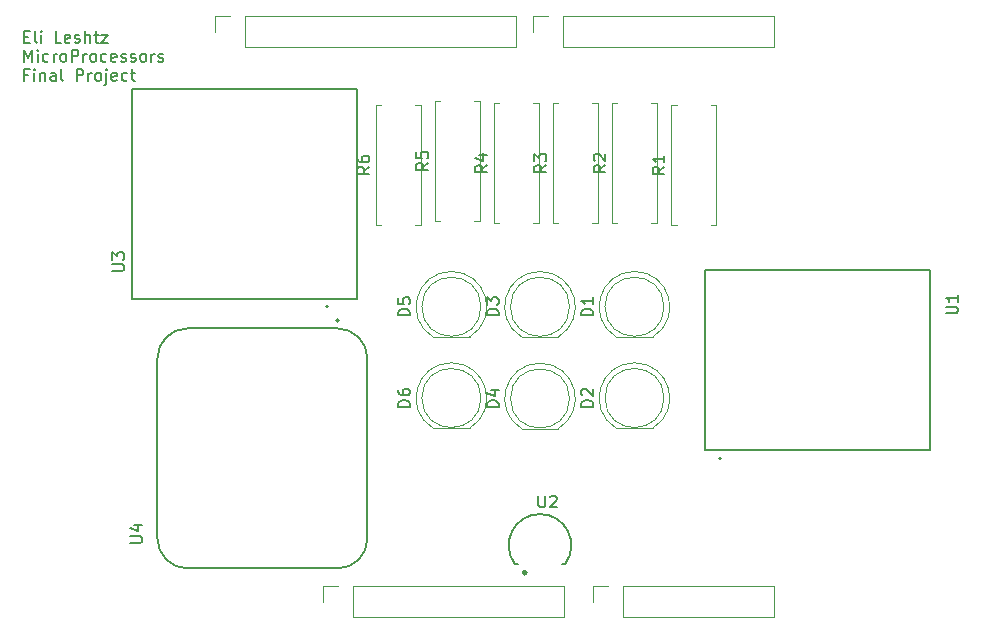
<source format=gbr>
%TF.GenerationSoftware,KiCad,Pcbnew,8.0.8*%
%TF.CreationDate,2025-03-12T20:50:06-06:00*%
%TF.ProjectId,UnoShieldFinalProject,556e6f53-6869-4656-9c64-46696e616c50,rev?*%
%TF.SameCoordinates,Original*%
%TF.FileFunction,Legend,Top*%
%TF.FilePolarity,Positive*%
%FSLAX46Y46*%
G04 Gerber Fmt 4.6, Leading zero omitted, Abs format (unit mm)*
G04 Created by KiCad (PCBNEW 8.0.8) date 2025-03-12 20:50:06*
%MOMM*%
%LPD*%
G01*
G04 APERTURE LIST*
%ADD10C,0.150000*%
%ADD11C,0.120000*%
%ADD12C,0.127000*%
%ADD13C,0.300000*%
%ADD14C,0.200000*%
G04 APERTURE END LIST*
D10*
X101336779Y-49626121D02*
X101670112Y-49626121D01*
X101812969Y-50149931D02*
X101336779Y-50149931D01*
X101336779Y-50149931D02*
X101336779Y-49149931D01*
X101336779Y-49149931D02*
X101812969Y-49149931D01*
X102384398Y-50149931D02*
X102289160Y-50102312D01*
X102289160Y-50102312D02*
X102241541Y-50007073D01*
X102241541Y-50007073D02*
X102241541Y-49149931D01*
X102765351Y-50149931D02*
X102765351Y-49483264D01*
X102765351Y-49149931D02*
X102717732Y-49197550D01*
X102717732Y-49197550D02*
X102765351Y-49245169D01*
X102765351Y-49245169D02*
X102812970Y-49197550D01*
X102812970Y-49197550D02*
X102765351Y-49149931D01*
X102765351Y-49149931D02*
X102765351Y-49245169D01*
X104479636Y-50149931D02*
X104003446Y-50149931D01*
X104003446Y-50149931D02*
X104003446Y-49149931D01*
X105193922Y-50102312D02*
X105098684Y-50149931D01*
X105098684Y-50149931D02*
X104908208Y-50149931D01*
X104908208Y-50149931D02*
X104812970Y-50102312D01*
X104812970Y-50102312D02*
X104765351Y-50007073D01*
X104765351Y-50007073D02*
X104765351Y-49626121D01*
X104765351Y-49626121D02*
X104812970Y-49530883D01*
X104812970Y-49530883D02*
X104908208Y-49483264D01*
X104908208Y-49483264D02*
X105098684Y-49483264D01*
X105098684Y-49483264D02*
X105193922Y-49530883D01*
X105193922Y-49530883D02*
X105241541Y-49626121D01*
X105241541Y-49626121D02*
X105241541Y-49721359D01*
X105241541Y-49721359D02*
X104765351Y-49816597D01*
X105622494Y-50102312D02*
X105717732Y-50149931D01*
X105717732Y-50149931D02*
X105908208Y-50149931D01*
X105908208Y-50149931D02*
X106003446Y-50102312D01*
X106003446Y-50102312D02*
X106051065Y-50007073D01*
X106051065Y-50007073D02*
X106051065Y-49959454D01*
X106051065Y-49959454D02*
X106003446Y-49864216D01*
X106003446Y-49864216D02*
X105908208Y-49816597D01*
X105908208Y-49816597D02*
X105765351Y-49816597D01*
X105765351Y-49816597D02*
X105670113Y-49768978D01*
X105670113Y-49768978D02*
X105622494Y-49673740D01*
X105622494Y-49673740D02*
X105622494Y-49626121D01*
X105622494Y-49626121D02*
X105670113Y-49530883D01*
X105670113Y-49530883D02*
X105765351Y-49483264D01*
X105765351Y-49483264D02*
X105908208Y-49483264D01*
X105908208Y-49483264D02*
X106003446Y-49530883D01*
X106479637Y-50149931D02*
X106479637Y-49149931D01*
X106908208Y-50149931D02*
X106908208Y-49626121D01*
X106908208Y-49626121D02*
X106860589Y-49530883D01*
X106860589Y-49530883D02*
X106765351Y-49483264D01*
X106765351Y-49483264D02*
X106622494Y-49483264D01*
X106622494Y-49483264D02*
X106527256Y-49530883D01*
X106527256Y-49530883D02*
X106479637Y-49578502D01*
X107241542Y-49483264D02*
X107622494Y-49483264D01*
X107384399Y-49149931D02*
X107384399Y-50007073D01*
X107384399Y-50007073D02*
X107432018Y-50102312D01*
X107432018Y-50102312D02*
X107527256Y-50149931D01*
X107527256Y-50149931D02*
X107622494Y-50149931D01*
X107860590Y-49483264D02*
X108384399Y-49483264D01*
X108384399Y-49483264D02*
X107860590Y-50149931D01*
X107860590Y-50149931D02*
X108384399Y-50149931D01*
X101336779Y-51759875D02*
X101336779Y-50759875D01*
X101336779Y-50759875D02*
X101670112Y-51474160D01*
X101670112Y-51474160D02*
X102003445Y-50759875D01*
X102003445Y-50759875D02*
X102003445Y-51759875D01*
X102479636Y-51759875D02*
X102479636Y-51093208D01*
X102479636Y-50759875D02*
X102432017Y-50807494D01*
X102432017Y-50807494D02*
X102479636Y-50855113D01*
X102479636Y-50855113D02*
X102527255Y-50807494D01*
X102527255Y-50807494D02*
X102479636Y-50759875D01*
X102479636Y-50759875D02*
X102479636Y-50855113D01*
X103384397Y-51712256D02*
X103289159Y-51759875D01*
X103289159Y-51759875D02*
X103098683Y-51759875D01*
X103098683Y-51759875D02*
X103003445Y-51712256D01*
X103003445Y-51712256D02*
X102955826Y-51664636D01*
X102955826Y-51664636D02*
X102908207Y-51569398D01*
X102908207Y-51569398D02*
X102908207Y-51283684D01*
X102908207Y-51283684D02*
X102955826Y-51188446D01*
X102955826Y-51188446D02*
X103003445Y-51140827D01*
X103003445Y-51140827D02*
X103098683Y-51093208D01*
X103098683Y-51093208D02*
X103289159Y-51093208D01*
X103289159Y-51093208D02*
X103384397Y-51140827D01*
X103812969Y-51759875D02*
X103812969Y-51093208D01*
X103812969Y-51283684D02*
X103860588Y-51188446D01*
X103860588Y-51188446D02*
X103908207Y-51140827D01*
X103908207Y-51140827D02*
X104003445Y-51093208D01*
X104003445Y-51093208D02*
X104098683Y-51093208D01*
X104574874Y-51759875D02*
X104479636Y-51712256D01*
X104479636Y-51712256D02*
X104432017Y-51664636D01*
X104432017Y-51664636D02*
X104384398Y-51569398D01*
X104384398Y-51569398D02*
X104384398Y-51283684D01*
X104384398Y-51283684D02*
X104432017Y-51188446D01*
X104432017Y-51188446D02*
X104479636Y-51140827D01*
X104479636Y-51140827D02*
X104574874Y-51093208D01*
X104574874Y-51093208D02*
X104717731Y-51093208D01*
X104717731Y-51093208D02*
X104812969Y-51140827D01*
X104812969Y-51140827D02*
X104860588Y-51188446D01*
X104860588Y-51188446D02*
X104908207Y-51283684D01*
X104908207Y-51283684D02*
X104908207Y-51569398D01*
X104908207Y-51569398D02*
X104860588Y-51664636D01*
X104860588Y-51664636D02*
X104812969Y-51712256D01*
X104812969Y-51712256D02*
X104717731Y-51759875D01*
X104717731Y-51759875D02*
X104574874Y-51759875D01*
X105336779Y-51759875D02*
X105336779Y-50759875D01*
X105336779Y-50759875D02*
X105717731Y-50759875D01*
X105717731Y-50759875D02*
X105812969Y-50807494D01*
X105812969Y-50807494D02*
X105860588Y-50855113D01*
X105860588Y-50855113D02*
X105908207Y-50950351D01*
X105908207Y-50950351D02*
X105908207Y-51093208D01*
X105908207Y-51093208D02*
X105860588Y-51188446D01*
X105860588Y-51188446D02*
X105812969Y-51236065D01*
X105812969Y-51236065D02*
X105717731Y-51283684D01*
X105717731Y-51283684D02*
X105336779Y-51283684D01*
X106336779Y-51759875D02*
X106336779Y-51093208D01*
X106336779Y-51283684D02*
X106384398Y-51188446D01*
X106384398Y-51188446D02*
X106432017Y-51140827D01*
X106432017Y-51140827D02*
X106527255Y-51093208D01*
X106527255Y-51093208D02*
X106622493Y-51093208D01*
X107098684Y-51759875D02*
X107003446Y-51712256D01*
X107003446Y-51712256D02*
X106955827Y-51664636D01*
X106955827Y-51664636D02*
X106908208Y-51569398D01*
X106908208Y-51569398D02*
X106908208Y-51283684D01*
X106908208Y-51283684D02*
X106955827Y-51188446D01*
X106955827Y-51188446D02*
X107003446Y-51140827D01*
X107003446Y-51140827D02*
X107098684Y-51093208D01*
X107098684Y-51093208D02*
X107241541Y-51093208D01*
X107241541Y-51093208D02*
X107336779Y-51140827D01*
X107336779Y-51140827D02*
X107384398Y-51188446D01*
X107384398Y-51188446D02*
X107432017Y-51283684D01*
X107432017Y-51283684D02*
X107432017Y-51569398D01*
X107432017Y-51569398D02*
X107384398Y-51664636D01*
X107384398Y-51664636D02*
X107336779Y-51712256D01*
X107336779Y-51712256D02*
X107241541Y-51759875D01*
X107241541Y-51759875D02*
X107098684Y-51759875D01*
X108289160Y-51712256D02*
X108193922Y-51759875D01*
X108193922Y-51759875D02*
X108003446Y-51759875D01*
X108003446Y-51759875D02*
X107908208Y-51712256D01*
X107908208Y-51712256D02*
X107860589Y-51664636D01*
X107860589Y-51664636D02*
X107812970Y-51569398D01*
X107812970Y-51569398D02*
X107812970Y-51283684D01*
X107812970Y-51283684D02*
X107860589Y-51188446D01*
X107860589Y-51188446D02*
X107908208Y-51140827D01*
X107908208Y-51140827D02*
X108003446Y-51093208D01*
X108003446Y-51093208D02*
X108193922Y-51093208D01*
X108193922Y-51093208D02*
X108289160Y-51140827D01*
X109098684Y-51712256D02*
X109003446Y-51759875D01*
X109003446Y-51759875D02*
X108812970Y-51759875D01*
X108812970Y-51759875D02*
X108717732Y-51712256D01*
X108717732Y-51712256D02*
X108670113Y-51617017D01*
X108670113Y-51617017D02*
X108670113Y-51236065D01*
X108670113Y-51236065D02*
X108717732Y-51140827D01*
X108717732Y-51140827D02*
X108812970Y-51093208D01*
X108812970Y-51093208D02*
X109003446Y-51093208D01*
X109003446Y-51093208D02*
X109098684Y-51140827D01*
X109098684Y-51140827D02*
X109146303Y-51236065D01*
X109146303Y-51236065D02*
X109146303Y-51331303D01*
X109146303Y-51331303D02*
X108670113Y-51426541D01*
X109527256Y-51712256D02*
X109622494Y-51759875D01*
X109622494Y-51759875D02*
X109812970Y-51759875D01*
X109812970Y-51759875D02*
X109908208Y-51712256D01*
X109908208Y-51712256D02*
X109955827Y-51617017D01*
X109955827Y-51617017D02*
X109955827Y-51569398D01*
X109955827Y-51569398D02*
X109908208Y-51474160D01*
X109908208Y-51474160D02*
X109812970Y-51426541D01*
X109812970Y-51426541D02*
X109670113Y-51426541D01*
X109670113Y-51426541D02*
X109574875Y-51378922D01*
X109574875Y-51378922D02*
X109527256Y-51283684D01*
X109527256Y-51283684D02*
X109527256Y-51236065D01*
X109527256Y-51236065D02*
X109574875Y-51140827D01*
X109574875Y-51140827D02*
X109670113Y-51093208D01*
X109670113Y-51093208D02*
X109812970Y-51093208D01*
X109812970Y-51093208D02*
X109908208Y-51140827D01*
X110336780Y-51712256D02*
X110432018Y-51759875D01*
X110432018Y-51759875D02*
X110622494Y-51759875D01*
X110622494Y-51759875D02*
X110717732Y-51712256D01*
X110717732Y-51712256D02*
X110765351Y-51617017D01*
X110765351Y-51617017D02*
X110765351Y-51569398D01*
X110765351Y-51569398D02*
X110717732Y-51474160D01*
X110717732Y-51474160D02*
X110622494Y-51426541D01*
X110622494Y-51426541D02*
X110479637Y-51426541D01*
X110479637Y-51426541D02*
X110384399Y-51378922D01*
X110384399Y-51378922D02*
X110336780Y-51283684D01*
X110336780Y-51283684D02*
X110336780Y-51236065D01*
X110336780Y-51236065D02*
X110384399Y-51140827D01*
X110384399Y-51140827D02*
X110479637Y-51093208D01*
X110479637Y-51093208D02*
X110622494Y-51093208D01*
X110622494Y-51093208D02*
X110717732Y-51140827D01*
X111336780Y-51759875D02*
X111241542Y-51712256D01*
X111241542Y-51712256D02*
X111193923Y-51664636D01*
X111193923Y-51664636D02*
X111146304Y-51569398D01*
X111146304Y-51569398D02*
X111146304Y-51283684D01*
X111146304Y-51283684D02*
X111193923Y-51188446D01*
X111193923Y-51188446D02*
X111241542Y-51140827D01*
X111241542Y-51140827D02*
X111336780Y-51093208D01*
X111336780Y-51093208D02*
X111479637Y-51093208D01*
X111479637Y-51093208D02*
X111574875Y-51140827D01*
X111574875Y-51140827D02*
X111622494Y-51188446D01*
X111622494Y-51188446D02*
X111670113Y-51283684D01*
X111670113Y-51283684D02*
X111670113Y-51569398D01*
X111670113Y-51569398D02*
X111622494Y-51664636D01*
X111622494Y-51664636D02*
X111574875Y-51712256D01*
X111574875Y-51712256D02*
X111479637Y-51759875D01*
X111479637Y-51759875D02*
X111336780Y-51759875D01*
X112098685Y-51759875D02*
X112098685Y-51093208D01*
X112098685Y-51283684D02*
X112146304Y-51188446D01*
X112146304Y-51188446D02*
X112193923Y-51140827D01*
X112193923Y-51140827D02*
X112289161Y-51093208D01*
X112289161Y-51093208D02*
X112384399Y-51093208D01*
X112670114Y-51712256D02*
X112765352Y-51759875D01*
X112765352Y-51759875D02*
X112955828Y-51759875D01*
X112955828Y-51759875D02*
X113051066Y-51712256D01*
X113051066Y-51712256D02*
X113098685Y-51617017D01*
X113098685Y-51617017D02*
X113098685Y-51569398D01*
X113098685Y-51569398D02*
X113051066Y-51474160D01*
X113051066Y-51474160D02*
X112955828Y-51426541D01*
X112955828Y-51426541D02*
X112812971Y-51426541D01*
X112812971Y-51426541D02*
X112717733Y-51378922D01*
X112717733Y-51378922D02*
X112670114Y-51283684D01*
X112670114Y-51283684D02*
X112670114Y-51236065D01*
X112670114Y-51236065D02*
X112717733Y-51140827D01*
X112717733Y-51140827D02*
X112812971Y-51093208D01*
X112812971Y-51093208D02*
X112955828Y-51093208D01*
X112955828Y-51093208D02*
X113051066Y-51140827D01*
X101670112Y-52846009D02*
X101336779Y-52846009D01*
X101336779Y-53369819D02*
X101336779Y-52369819D01*
X101336779Y-52369819D02*
X101812969Y-52369819D01*
X102193922Y-53369819D02*
X102193922Y-52703152D01*
X102193922Y-52369819D02*
X102146303Y-52417438D01*
X102146303Y-52417438D02*
X102193922Y-52465057D01*
X102193922Y-52465057D02*
X102241541Y-52417438D01*
X102241541Y-52417438D02*
X102193922Y-52369819D01*
X102193922Y-52369819D02*
X102193922Y-52465057D01*
X102670112Y-52703152D02*
X102670112Y-53369819D01*
X102670112Y-52798390D02*
X102717731Y-52750771D01*
X102717731Y-52750771D02*
X102812969Y-52703152D01*
X102812969Y-52703152D02*
X102955826Y-52703152D01*
X102955826Y-52703152D02*
X103051064Y-52750771D01*
X103051064Y-52750771D02*
X103098683Y-52846009D01*
X103098683Y-52846009D02*
X103098683Y-53369819D01*
X104003445Y-53369819D02*
X104003445Y-52846009D01*
X104003445Y-52846009D02*
X103955826Y-52750771D01*
X103955826Y-52750771D02*
X103860588Y-52703152D01*
X103860588Y-52703152D02*
X103670112Y-52703152D01*
X103670112Y-52703152D02*
X103574874Y-52750771D01*
X104003445Y-53322200D02*
X103908207Y-53369819D01*
X103908207Y-53369819D02*
X103670112Y-53369819D01*
X103670112Y-53369819D02*
X103574874Y-53322200D01*
X103574874Y-53322200D02*
X103527255Y-53226961D01*
X103527255Y-53226961D02*
X103527255Y-53131723D01*
X103527255Y-53131723D02*
X103574874Y-53036485D01*
X103574874Y-53036485D02*
X103670112Y-52988866D01*
X103670112Y-52988866D02*
X103908207Y-52988866D01*
X103908207Y-52988866D02*
X104003445Y-52941247D01*
X104622493Y-53369819D02*
X104527255Y-53322200D01*
X104527255Y-53322200D02*
X104479636Y-53226961D01*
X104479636Y-53226961D02*
X104479636Y-52369819D01*
X105765351Y-53369819D02*
X105765351Y-52369819D01*
X105765351Y-52369819D02*
X106146303Y-52369819D01*
X106146303Y-52369819D02*
X106241541Y-52417438D01*
X106241541Y-52417438D02*
X106289160Y-52465057D01*
X106289160Y-52465057D02*
X106336779Y-52560295D01*
X106336779Y-52560295D02*
X106336779Y-52703152D01*
X106336779Y-52703152D02*
X106289160Y-52798390D01*
X106289160Y-52798390D02*
X106241541Y-52846009D01*
X106241541Y-52846009D02*
X106146303Y-52893628D01*
X106146303Y-52893628D02*
X105765351Y-52893628D01*
X106765351Y-53369819D02*
X106765351Y-52703152D01*
X106765351Y-52893628D02*
X106812970Y-52798390D01*
X106812970Y-52798390D02*
X106860589Y-52750771D01*
X106860589Y-52750771D02*
X106955827Y-52703152D01*
X106955827Y-52703152D02*
X107051065Y-52703152D01*
X107527256Y-53369819D02*
X107432018Y-53322200D01*
X107432018Y-53322200D02*
X107384399Y-53274580D01*
X107384399Y-53274580D02*
X107336780Y-53179342D01*
X107336780Y-53179342D02*
X107336780Y-52893628D01*
X107336780Y-52893628D02*
X107384399Y-52798390D01*
X107384399Y-52798390D02*
X107432018Y-52750771D01*
X107432018Y-52750771D02*
X107527256Y-52703152D01*
X107527256Y-52703152D02*
X107670113Y-52703152D01*
X107670113Y-52703152D02*
X107765351Y-52750771D01*
X107765351Y-52750771D02*
X107812970Y-52798390D01*
X107812970Y-52798390D02*
X107860589Y-52893628D01*
X107860589Y-52893628D02*
X107860589Y-53179342D01*
X107860589Y-53179342D02*
X107812970Y-53274580D01*
X107812970Y-53274580D02*
X107765351Y-53322200D01*
X107765351Y-53322200D02*
X107670113Y-53369819D01*
X107670113Y-53369819D02*
X107527256Y-53369819D01*
X108289161Y-52703152D02*
X108289161Y-53560295D01*
X108289161Y-53560295D02*
X108241542Y-53655533D01*
X108241542Y-53655533D02*
X108146304Y-53703152D01*
X108146304Y-53703152D02*
X108098685Y-53703152D01*
X108289161Y-52369819D02*
X108241542Y-52417438D01*
X108241542Y-52417438D02*
X108289161Y-52465057D01*
X108289161Y-52465057D02*
X108336780Y-52417438D01*
X108336780Y-52417438D02*
X108289161Y-52369819D01*
X108289161Y-52369819D02*
X108289161Y-52465057D01*
X109146303Y-53322200D02*
X109051065Y-53369819D01*
X109051065Y-53369819D02*
X108860589Y-53369819D01*
X108860589Y-53369819D02*
X108765351Y-53322200D01*
X108765351Y-53322200D02*
X108717732Y-53226961D01*
X108717732Y-53226961D02*
X108717732Y-52846009D01*
X108717732Y-52846009D02*
X108765351Y-52750771D01*
X108765351Y-52750771D02*
X108860589Y-52703152D01*
X108860589Y-52703152D02*
X109051065Y-52703152D01*
X109051065Y-52703152D02*
X109146303Y-52750771D01*
X109146303Y-52750771D02*
X109193922Y-52846009D01*
X109193922Y-52846009D02*
X109193922Y-52941247D01*
X109193922Y-52941247D02*
X108717732Y-53036485D01*
X110051065Y-53322200D02*
X109955827Y-53369819D01*
X109955827Y-53369819D02*
X109765351Y-53369819D01*
X109765351Y-53369819D02*
X109670113Y-53322200D01*
X109670113Y-53322200D02*
X109622494Y-53274580D01*
X109622494Y-53274580D02*
X109574875Y-53179342D01*
X109574875Y-53179342D02*
X109574875Y-52893628D01*
X109574875Y-52893628D02*
X109622494Y-52798390D01*
X109622494Y-52798390D02*
X109670113Y-52750771D01*
X109670113Y-52750771D02*
X109765351Y-52703152D01*
X109765351Y-52703152D02*
X109955827Y-52703152D01*
X109955827Y-52703152D02*
X110051065Y-52750771D01*
X110336780Y-52703152D02*
X110717732Y-52703152D01*
X110479637Y-52369819D02*
X110479637Y-53226961D01*
X110479637Y-53226961D02*
X110527256Y-53322200D01*
X110527256Y-53322200D02*
X110622494Y-53369819D01*
X110622494Y-53369819D02*
X110717732Y-53369819D01*
X144873095Y-88499819D02*
X144873095Y-89309342D01*
X144873095Y-89309342D02*
X144920714Y-89404580D01*
X144920714Y-89404580D02*
X144968333Y-89452200D01*
X144968333Y-89452200D02*
X145063571Y-89499819D01*
X145063571Y-89499819D02*
X145254047Y-89499819D01*
X145254047Y-89499819D02*
X145349285Y-89452200D01*
X145349285Y-89452200D02*
X145396904Y-89404580D01*
X145396904Y-89404580D02*
X145444523Y-89309342D01*
X145444523Y-89309342D02*
X145444523Y-88499819D01*
X145873095Y-88595057D02*
X145920714Y-88547438D01*
X145920714Y-88547438D02*
X146015952Y-88499819D01*
X146015952Y-88499819D02*
X146254047Y-88499819D01*
X146254047Y-88499819D02*
X146349285Y-88547438D01*
X146349285Y-88547438D02*
X146396904Y-88595057D01*
X146396904Y-88595057D02*
X146444523Y-88690295D01*
X146444523Y-88690295D02*
X146444523Y-88785533D01*
X146444523Y-88785533D02*
X146396904Y-88928390D01*
X146396904Y-88928390D02*
X145825476Y-89499819D01*
X145825476Y-89499819D02*
X146444523Y-89499819D01*
X141494819Y-81008094D02*
X140494819Y-81008094D01*
X140494819Y-81008094D02*
X140494819Y-80769999D01*
X140494819Y-80769999D02*
X140542438Y-80627142D01*
X140542438Y-80627142D02*
X140637676Y-80531904D01*
X140637676Y-80531904D02*
X140732914Y-80484285D01*
X140732914Y-80484285D02*
X140923390Y-80436666D01*
X140923390Y-80436666D02*
X141066247Y-80436666D01*
X141066247Y-80436666D02*
X141256723Y-80484285D01*
X141256723Y-80484285D02*
X141351961Y-80531904D01*
X141351961Y-80531904D02*
X141447200Y-80627142D01*
X141447200Y-80627142D02*
X141494819Y-80769999D01*
X141494819Y-80769999D02*
X141494819Y-81008094D01*
X140828152Y-79579523D02*
X141494819Y-79579523D01*
X140447200Y-79817618D02*
X141161485Y-80055713D01*
X141161485Y-80055713D02*
X141161485Y-79436666D01*
X179364819Y-73066904D02*
X180174342Y-73066904D01*
X180174342Y-73066904D02*
X180269580Y-73019285D01*
X180269580Y-73019285D02*
X180317200Y-72971666D01*
X180317200Y-72971666D02*
X180364819Y-72876428D01*
X180364819Y-72876428D02*
X180364819Y-72685952D01*
X180364819Y-72685952D02*
X180317200Y-72590714D01*
X180317200Y-72590714D02*
X180269580Y-72543095D01*
X180269580Y-72543095D02*
X180174342Y-72495476D01*
X180174342Y-72495476D02*
X179364819Y-72495476D01*
X180364819Y-71495476D02*
X180364819Y-72066904D01*
X180364819Y-71781190D02*
X179364819Y-71781190D01*
X179364819Y-71781190D02*
X179507676Y-71876428D01*
X179507676Y-71876428D02*
X179602914Y-71971666D01*
X179602914Y-71971666D02*
X179650533Y-72066904D01*
X145534819Y-60516666D02*
X145058628Y-60849999D01*
X145534819Y-61088094D02*
X144534819Y-61088094D01*
X144534819Y-61088094D02*
X144534819Y-60707142D01*
X144534819Y-60707142D02*
X144582438Y-60611904D01*
X144582438Y-60611904D02*
X144630057Y-60564285D01*
X144630057Y-60564285D02*
X144725295Y-60516666D01*
X144725295Y-60516666D02*
X144868152Y-60516666D01*
X144868152Y-60516666D02*
X144963390Y-60564285D01*
X144963390Y-60564285D02*
X145011009Y-60611904D01*
X145011009Y-60611904D02*
X145058628Y-60707142D01*
X145058628Y-60707142D02*
X145058628Y-61088094D01*
X144534819Y-60183332D02*
X144534819Y-59564285D01*
X144534819Y-59564285D02*
X144915771Y-59897618D01*
X144915771Y-59897618D02*
X144915771Y-59754761D01*
X144915771Y-59754761D02*
X144963390Y-59659523D01*
X144963390Y-59659523D02*
X145011009Y-59611904D01*
X145011009Y-59611904D02*
X145106247Y-59564285D01*
X145106247Y-59564285D02*
X145344342Y-59564285D01*
X145344342Y-59564285D02*
X145439580Y-59611904D01*
X145439580Y-59611904D02*
X145487200Y-59659523D01*
X145487200Y-59659523D02*
X145534819Y-59754761D01*
X145534819Y-59754761D02*
X145534819Y-60040475D01*
X145534819Y-60040475D02*
X145487200Y-60135713D01*
X145487200Y-60135713D02*
X145439580Y-60183332D01*
X149494819Y-80968094D02*
X148494819Y-80968094D01*
X148494819Y-80968094D02*
X148494819Y-80729999D01*
X148494819Y-80729999D02*
X148542438Y-80587142D01*
X148542438Y-80587142D02*
X148637676Y-80491904D01*
X148637676Y-80491904D02*
X148732914Y-80444285D01*
X148732914Y-80444285D02*
X148923390Y-80396666D01*
X148923390Y-80396666D02*
X149066247Y-80396666D01*
X149066247Y-80396666D02*
X149256723Y-80444285D01*
X149256723Y-80444285D02*
X149351961Y-80491904D01*
X149351961Y-80491904D02*
X149447200Y-80587142D01*
X149447200Y-80587142D02*
X149494819Y-80729999D01*
X149494819Y-80729999D02*
X149494819Y-80968094D01*
X148590057Y-80015713D02*
X148542438Y-79968094D01*
X148542438Y-79968094D02*
X148494819Y-79872856D01*
X148494819Y-79872856D02*
X148494819Y-79634761D01*
X148494819Y-79634761D02*
X148542438Y-79539523D01*
X148542438Y-79539523D02*
X148590057Y-79491904D01*
X148590057Y-79491904D02*
X148685295Y-79444285D01*
X148685295Y-79444285D02*
X148780533Y-79444285D01*
X148780533Y-79444285D02*
X148923390Y-79491904D01*
X148923390Y-79491904D02*
X149494819Y-80063332D01*
X149494819Y-80063332D02*
X149494819Y-79444285D01*
X150534819Y-60516666D02*
X150058628Y-60849999D01*
X150534819Y-61088094D02*
X149534819Y-61088094D01*
X149534819Y-61088094D02*
X149534819Y-60707142D01*
X149534819Y-60707142D02*
X149582438Y-60611904D01*
X149582438Y-60611904D02*
X149630057Y-60564285D01*
X149630057Y-60564285D02*
X149725295Y-60516666D01*
X149725295Y-60516666D02*
X149868152Y-60516666D01*
X149868152Y-60516666D02*
X149963390Y-60564285D01*
X149963390Y-60564285D02*
X150011009Y-60611904D01*
X150011009Y-60611904D02*
X150058628Y-60707142D01*
X150058628Y-60707142D02*
X150058628Y-61088094D01*
X149630057Y-60135713D02*
X149582438Y-60088094D01*
X149582438Y-60088094D02*
X149534819Y-59992856D01*
X149534819Y-59992856D02*
X149534819Y-59754761D01*
X149534819Y-59754761D02*
X149582438Y-59659523D01*
X149582438Y-59659523D02*
X149630057Y-59611904D01*
X149630057Y-59611904D02*
X149725295Y-59564285D01*
X149725295Y-59564285D02*
X149820533Y-59564285D01*
X149820533Y-59564285D02*
X149963390Y-59611904D01*
X149963390Y-59611904D02*
X150534819Y-60183332D01*
X150534819Y-60183332D02*
X150534819Y-59564285D01*
X140534819Y-60516666D02*
X140058628Y-60849999D01*
X140534819Y-61088094D02*
X139534819Y-61088094D01*
X139534819Y-61088094D02*
X139534819Y-60707142D01*
X139534819Y-60707142D02*
X139582438Y-60611904D01*
X139582438Y-60611904D02*
X139630057Y-60564285D01*
X139630057Y-60564285D02*
X139725295Y-60516666D01*
X139725295Y-60516666D02*
X139868152Y-60516666D01*
X139868152Y-60516666D02*
X139963390Y-60564285D01*
X139963390Y-60564285D02*
X140011009Y-60611904D01*
X140011009Y-60611904D02*
X140058628Y-60707142D01*
X140058628Y-60707142D02*
X140058628Y-61088094D01*
X139868152Y-59659523D02*
X140534819Y-59659523D01*
X139487200Y-59897618D02*
X140201485Y-60135713D01*
X140201485Y-60135713D02*
X140201485Y-59516666D01*
X135534819Y-60316666D02*
X135058628Y-60649999D01*
X135534819Y-60888094D02*
X134534819Y-60888094D01*
X134534819Y-60888094D02*
X134534819Y-60507142D01*
X134534819Y-60507142D02*
X134582438Y-60411904D01*
X134582438Y-60411904D02*
X134630057Y-60364285D01*
X134630057Y-60364285D02*
X134725295Y-60316666D01*
X134725295Y-60316666D02*
X134868152Y-60316666D01*
X134868152Y-60316666D02*
X134963390Y-60364285D01*
X134963390Y-60364285D02*
X135011009Y-60411904D01*
X135011009Y-60411904D02*
X135058628Y-60507142D01*
X135058628Y-60507142D02*
X135058628Y-60888094D01*
X134534819Y-59411904D02*
X134534819Y-59888094D01*
X134534819Y-59888094D02*
X135011009Y-59935713D01*
X135011009Y-59935713D02*
X134963390Y-59888094D01*
X134963390Y-59888094D02*
X134915771Y-59792856D01*
X134915771Y-59792856D02*
X134915771Y-59554761D01*
X134915771Y-59554761D02*
X134963390Y-59459523D01*
X134963390Y-59459523D02*
X135011009Y-59411904D01*
X135011009Y-59411904D02*
X135106247Y-59364285D01*
X135106247Y-59364285D02*
X135344342Y-59364285D01*
X135344342Y-59364285D02*
X135439580Y-59411904D01*
X135439580Y-59411904D02*
X135487200Y-59459523D01*
X135487200Y-59459523D02*
X135534819Y-59554761D01*
X135534819Y-59554761D02*
X135534819Y-59792856D01*
X135534819Y-59792856D02*
X135487200Y-59888094D01*
X135487200Y-59888094D02*
X135439580Y-59935713D01*
X108794819Y-69476904D02*
X109604342Y-69476904D01*
X109604342Y-69476904D02*
X109699580Y-69429285D01*
X109699580Y-69429285D02*
X109747200Y-69381666D01*
X109747200Y-69381666D02*
X109794819Y-69286428D01*
X109794819Y-69286428D02*
X109794819Y-69095952D01*
X109794819Y-69095952D02*
X109747200Y-69000714D01*
X109747200Y-69000714D02*
X109699580Y-68953095D01*
X109699580Y-68953095D02*
X109604342Y-68905476D01*
X109604342Y-68905476D02*
X108794819Y-68905476D01*
X108794819Y-68524523D02*
X108794819Y-67905476D01*
X108794819Y-67905476D02*
X109175771Y-68238809D01*
X109175771Y-68238809D02*
X109175771Y-68095952D01*
X109175771Y-68095952D02*
X109223390Y-68000714D01*
X109223390Y-68000714D02*
X109271009Y-67953095D01*
X109271009Y-67953095D02*
X109366247Y-67905476D01*
X109366247Y-67905476D02*
X109604342Y-67905476D01*
X109604342Y-67905476D02*
X109699580Y-67953095D01*
X109699580Y-67953095D02*
X109747200Y-68000714D01*
X109747200Y-68000714D02*
X109794819Y-68095952D01*
X109794819Y-68095952D02*
X109794819Y-68381666D01*
X109794819Y-68381666D02*
X109747200Y-68476904D01*
X109747200Y-68476904D02*
X109699580Y-68524523D01*
X110319819Y-92496904D02*
X111129342Y-92496904D01*
X111129342Y-92496904D02*
X111224580Y-92449285D01*
X111224580Y-92449285D02*
X111272200Y-92401666D01*
X111272200Y-92401666D02*
X111319819Y-92306428D01*
X111319819Y-92306428D02*
X111319819Y-92115952D01*
X111319819Y-92115952D02*
X111272200Y-92020714D01*
X111272200Y-92020714D02*
X111224580Y-91973095D01*
X111224580Y-91973095D02*
X111129342Y-91925476D01*
X111129342Y-91925476D02*
X110319819Y-91925476D01*
X110653152Y-91020714D02*
X111319819Y-91020714D01*
X110272200Y-91258809D02*
X110986485Y-91496904D01*
X110986485Y-91496904D02*
X110986485Y-90877857D01*
X133994819Y-80968094D02*
X132994819Y-80968094D01*
X132994819Y-80968094D02*
X132994819Y-80729999D01*
X132994819Y-80729999D02*
X133042438Y-80587142D01*
X133042438Y-80587142D02*
X133137676Y-80491904D01*
X133137676Y-80491904D02*
X133232914Y-80444285D01*
X133232914Y-80444285D02*
X133423390Y-80396666D01*
X133423390Y-80396666D02*
X133566247Y-80396666D01*
X133566247Y-80396666D02*
X133756723Y-80444285D01*
X133756723Y-80444285D02*
X133851961Y-80491904D01*
X133851961Y-80491904D02*
X133947200Y-80587142D01*
X133947200Y-80587142D02*
X133994819Y-80729999D01*
X133994819Y-80729999D02*
X133994819Y-80968094D01*
X132994819Y-79539523D02*
X132994819Y-79729999D01*
X132994819Y-79729999D02*
X133042438Y-79825237D01*
X133042438Y-79825237D02*
X133090057Y-79872856D01*
X133090057Y-79872856D02*
X133232914Y-79968094D01*
X133232914Y-79968094D02*
X133423390Y-80015713D01*
X133423390Y-80015713D02*
X133804342Y-80015713D01*
X133804342Y-80015713D02*
X133899580Y-79968094D01*
X133899580Y-79968094D02*
X133947200Y-79920475D01*
X133947200Y-79920475D02*
X133994819Y-79825237D01*
X133994819Y-79825237D02*
X133994819Y-79634761D01*
X133994819Y-79634761D02*
X133947200Y-79539523D01*
X133947200Y-79539523D02*
X133899580Y-79491904D01*
X133899580Y-79491904D02*
X133804342Y-79444285D01*
X133804342Y-79444285D02*
X133566247Y-79444285D01*
X133566247Y-79444285D02*
X133471009Y-79491904D01*
X133471009Y-79491904D02*
X133423390Y-79539523D01*
X133423390Y-79539523D02*
X133375771Y-79634761D01*
X133375771Y-79634761D02*
X133375771Y-79825237D01*
X133375771Y-79825237D02*
X133423390Y-79920475D01*
X133423390Y-79920475D02*
X133471009Y-79968094D01*
X133471009Y-79968094D02*
X133566247Y-80015713D01*
X155534819Y-60666666D02*
X155058628Y-60999999D01*
X155534819Y-61238094D02*
X154534819Y-61238094D01*
X154534819Y-61238094D02*
X154534819Y-60857142D01*
X154534819Y-60857142D02*
X154582438Y-60761904D01*
X154582438Y-60761904D02*
X154630057Y-60714285D01*
X154630057Y-60714285D02*
X154725295Y-60666666D01*
X154725295Y-60666666D02*
X154868152Y-60666666D01*
X154868152Y-60666666D02*
X154963390Y-60714285D01*
X154963390Y-60714285D02*
X155011009Y-60761904D01*
X155011009Y-60761904D02*
X155058628Y-60857142D01*
X155058628Y-60857142D02*
X155058628Y-61238094D01*
X155534819Y-59714285D02*
X155534819Y-60285713D01*
X155534819Y-59999999D02*
X154534819Y-59999999D01*
X154534819Y-59999999D02*
X154677676Y-60095237D01*
X154677676Y-60095237D02*
X154772914Y-60190475D01*
X154772914Y-60190475D02*
X154820533Y-60285713D01*
X141494819Y-73243094D02*
X140494819Y-73243094D01*
X140494819Y-73243094D02*
X140494819Y-73004999D01*
X140494819Y-73004999D02*
X140542438Y-72862142D01*
X140542438Y-72862142D02*
X140637676Y-72766904D01*
X140637676Y-72766904D02*
X140732914Y-72719285D01*
X140732914Y-72719285D02*
X140923390Y-72671666D01*
X140923390Y-72671666D02*
X141066247Y-72671666D01*
X141066247Y-72671666D02*
X141256723Y-72719285D01*
X141256723Y-72719285D02*
X141351961Y-72766904D01*
X141351961Y-72766904D02*
X141447200Y-72862142D01*
X141447200Y-72862142D02*
X141494819Y-73004999D01*
X141494819Y-73004999D02*
X141494819Y-73243094D01*
X140494819Y-72338332D02*
X140494819Y-71719285D01*
X140494819Y-71719285D02*
X140875771Y-72052618D01*
X140875771Y-72052618D02*
X140875771Y-71909761D01*
X140875771Y-71909761D02*
X140923390Y-71814523D01*
X140923390Y-71814523D02*
X140971009Y-71766904D01*
X140971009Y-71766904D02*
X141066247Y-71719285D01*
X141066247Y-71719285D02*
X141304342Y-71719285D01*
X141304342Y-71719285D02*
X141399580Y-71766904D01*
X141399580Y-71766904D02*
X141447200Y-71814523D01*
X141447200Y-71814523D02*
X141494819Y-71909761D01*
X141494819Y-71909761D02*
X141494819Y-72195475D01*
X141494819Y-72195475D02*
X141447200Y-72290713D01*
X141447200Y-72290713D02*
X141399580Y-72338332D01*
X149494819Y-73243094D02*
X148494819Y-73243094D01*
X148494819Y-73243094D02*
X148494819Y-73004999D01*
X148494819Y-73004999D02*
X148542438Y-72862142D01*
X148542438Y-72862142D02*
X148637676Y-72766904D01*
X148637676Y-72766904D02*
X148732914Y-72719285D01*
X148732914Y-72719285D02*
X148923390Y-72671666D01*
X148923390Y-72671666D02*
X149066247Y-72671666D01*
X149066247Y-72671666D02*
X149256723Y-72719285D01*
X149256723Y-72719285D02*
X149351961Y-72766904D01*
X149351961Y-72766904D02*
X149447200Y-72862142D01*
X149447200Y-72862142D02*
X149494819Y-73004999D01*
X149494819Y-73004999D02*
X149494819Y-73243094D01*
X149494819Y-71719285D02*
X149494819Y-72290713D01*
X149494819Y-72004999D02*
X148494819Y-72004999D01*
X148494819Y-72004999D02*
X148637676Y-72100237D01*
X148637676Y-72100237D02*
X148732914Y-72195475D01*
X148732914Y-72195475D02*
X148780533Y-72290713D01*
X133994819Y-73243094D02*
X132994819Y-73243094D01*
X132994819Y-73243094D02*
X132994819Y-73004999D01*
X132994819Y-73004999D02*
X133042438Y-72862142D01*
X133042438Y-72862142D02*
X133137676Y-72766904D01*
X133137676Y-72766904D02*
X133232914Y-72719285D01*
X133232914Y-72719285D02*
X133423390Y-72671666D01*
X133423390Y-72671666D02*
X133566247Y-72671666D01*
X133566247Y-72671666D02*
X133756723Y-72719285D01*
X133756723Y-72719285D02*
X133851961Y-72766904D01*
X133851961Y-72766904D02*
X133947200Y-72862142D01*
X133947200Y-72862142D02*
X133994819Y-73004999D01*
X133994819Y-73004999D02*
X133994819Y-73243094D01*
X132994819Y-71766904D02*
X132994819Y-72243094D01*
X132994819Y-72243094D02*
X133471009Y-72290713D01*
X133471009Y-72290713D02*
X133423390Y-72243094D01*
X133423390Y-72243094D02*
X133375771Y-72147856D01*
X133375771Y-72147856D02*
X133375771Y-71909761D01*
X133375771Y-71909761D02*
X133423390Y-71814523D01*
X133423390Y-71814523D02*
X133471009Y-71766904D01*
X133471009Y-71766904D02*
X133566247Y-71719285D01*
X133566247Y-71719285D02*
X133804342Y-71719285D01*
X133804342Y-71719285D02*
X133899580Y-71766904D01*
X133899580Y-71766904D02*
X133947200Y-71814523D01*
X133947200Y-71814523D02*
X133994819Y-71909761D01*
X133994819Y-71909761D02*
X133994819Y-72147856D01*
X133994819Y-72147856D02*
X133947200Y-72243094D01*
X133947200Y-72243094D02*
X133899580Y-72290713D01*
X130534819Y-60666666D02*
X130058628Y-60999999D01*
X130534819Y-61238094D02*
X129534819Y-61238094D01*
X129534819Y-61238094D02*
X129534819Y-60857142D01*
X129534819Y-60857142D02*
X129582438Y-60761904D01*
X129582438Y-60761904D02*
X129630057Y-60714285D01*
X129630057Y-60714285D02*
X129725295Y-60666666D01*
X129725295Y-60666666D02*
X129868152Y-60666666D01*
X129868152Y-60666666D02*
X129963390Y-60714285D01*
X129963390Y-60714285D02*
X130011009Y-60761904D01*
X130011009Y-60761904D02*
X130058628Y-60857142D01*
X130058628Y-60857142D02*
X130058628Y-61238094D01*
X129534819Y-59809523D02*
X129534819Y-59999999D01*
X129534819Y-59999999D02*
X129582438Y-60095237D01*
X129582438Y-60095237D02*
X129630057Y-60142856D01*
X129630057Y-60142856D02*
X129772914Y-60238094D01*
X129772914Y-60238094D02*
X129963390Y-60285713D01*
X129963390Y-60285713D02*
X130344342Y-60285713D01*
X130344342Y-60285713D02*
X130439580Y-60238094D01*
X130439580Y-60238094D02*
X130487200Y-60190475D01*
X130487200Y-60190475D02*
X130534819Y-60095237D01*
X130534819Y-60095237D02*
X130534819Y-59904761D01*
X130534819Y-59904761D02*
X130487200Y-59809523D01*
X130487200Y-59809523D02*
X130439580Y-59761904D01*
X130439580Y-59761904D02*
X130344342Y-59714285D01*
X130344342Y-59714285D02*
X130106247Y-59714285D01*
X130106247Y-59714285D02*
X130011009Y-59761904D01*
X130011009Y-59761904D02*
X129963390Y-59809523D01*
X129963390Y-59809523D02*
X129915771Y-59904761D01*
X129915771Y-59904761D02*
X129915771Y-60095237D01*
X129915771Y-60095237D02*
X129963390Y-60190475D01*
X129963390Y-60190475D02*
X130011009Y-60238094D01*
X130011009Y-60238094D02*
X130106247Y-60285713D01*
D11*
%TO.C,J1*%
X126610000Y-96130000D02*
X127940000Y-96130000D01*
X126610000Y-97460000D02*
X126610000Y-96130000D01*
X129210000Y-96130000D02*
X147050000Y-96130000D01*
X129210000Y-98790000D02*
X129210000Y-96130000D01*
X129210000Y-98790000D02*
X147050000Y-98790000D01*
X147050000Y-98790000D02*
X147050000Y-96130000D01*
%TO.C,J3*%
X149470000Y-96130000D02*
X150800000Y-96130000D01*
X149470000Y-97460000D02*
X149470000Y-96130000D01*
X152070000Y-96130000D02*
X164830000Y-96130000D01*
X152070000Y-98790000D02*
X152070000Y-96130000D01*
X152070000Y-98790000D02*
X164830000Y-98790000D01*
X164830000Y-98790000D02*
X164830000Y-96130000D01*
%TO.C,J2*%
X117466000Y-47870000D02*
X118796000Y-47870000D01*
X117466000Y-49200000D02*
X117466000Y-47870000D01*
X120066000Y-47870000D02*
X142986000Y-47870000D01*
X120066000Y-50530000D02*
X120066000Y-47870000D01*
X120066000Y-50530000D02*
X142986000Y-50530000D01*
X142986000Y-50530000D02*
X142986000Y-47870000D01*
%TO.C,J4*%
X144390000Y-47870000D02*
X145720000Y-47870000D01*
X144390000Y-49200000D02*
X144390000Y-47870000D01*
X146990000Y-47870000D02*
X164830000Y-47870000D01*
X146990000Y-50530000D02*
X146990000Y-47870000D01*
X146990000Y-50530000D02*
X164830000Y-50530000D01*
X164830000Y-50530000D02*
X164830000Y-47870000D01*
D12*
%TO.C,U2*%
X142856000Y-94263000D02*
X143100000Y-94263000D01*
X146906000Y-94263000D02*
X147144000Y-94263000D01*
X142856000Y-94263000D02*
G75*
G02*
X147144000Y-94263000I2144000J1557707D01*
G01*
D13*
X143800000Y-95020000D02*
G75*
G02*
X143600000Y-95020000I-100000J0D01*
G01*
X143600000Y-95020000D02*
G75*
G02*
X143800000Y-95020000I100000J0D01*
G01*
D11*
%TO.C,D4*%
X143455000Y-82830000D02*
X146545000Y-82830000D01*
X143455170Y-82830000D02*
G75*
G02*
X144999952Y-77280000I1544830J2560000D01*
G01*
X145000048Y-77280000D02*
G75*
G02*
X146544830Y-82830000I-48J-2990000D01*
G01*
X147500000Y-80270000D02*
G75*
G02*
X142500000Y-80270000I-2500000J0D01*
G01*
X142500000Y-80270000D02*
G75*
G02*
X147500000Y-80270000I2500000J0D01*
G01*
D12*
%TO.C,U1*%
X178025000Y-84620000D02*
X158975000Y-84620000D01*
X178025000Y-69380000D02*
X178025000Y-84620000D01*
X158975000Y-84620000D02*
X158975000Y-69380000D01*
X158975000Y-69380000D02*
X178025000Y-69380000D01*
D14*
X160345000Y-85370000D02*
G75*
G02*
X160145000Y-85370000I-100000J0D01*
G01*
X160145000Y-85370000D02*
G75*
G02*
X160345000Y-85370000I100000J0D01*
G01*
D11*
%TO.C,R3*%
X146080000Y-55280000D02*
X146560000Y-55280000D01*
X146080000Y-65420000D02*
X146080000Y-55280000D01*
X146560000Y-65420000D02*
X146080000Y-65420000D01*
X149440000Y-65420000D02*
X149920000Y-65420000D01*
X149920000Y-55280000D02*
X149440000Y-55280000D01*
X149920000Y-65420000D02*
X149920000Y-55280000D01*
%TO.C,D2*%
X151455000Y-82790000D02*
X154545000Y-82790000D01*
X151455170Y-82790000D02*
G75*
G02*
X152999952Y-77240000I1544830J2560000D01*
G01*
X153000048Y-77240000D02*
G75*
G02*
X154544830Y-82790000I-48J-2990000D01*
G01*
X155500000Y-80230000D02*
G75*
G02*
X150500000Y-80230000I-2500000J0D01*
G01*
X150500000Y-80230000D02*
G75*
G02*
X155500000Y-80230000I2500000J0D01*
G01*
%TO.C,R2*%
X151080000Y-55280000D02*
X151560000Y-55280000D01*
X151080000Y-65420000D02*
X151080000Y-55280000D01*
X151560000Y-65420000D02*
X151080000Y-65420000D01*
X154440000Y-65420000D02*
X154920000Y-65420000D01*
X154920000Y-55280000D02*
X154440000Y-55280000D01*
X154920000Y-65420000D02*
X154920000Y-55280000D01*
%TO.C,R4*%
X141080000Y-55280000D02*
X141560000Y-55280000D01*
X141080000Y-65420000D02*
X141080000Y-55280000D01*
X141560000Y-65420000D02*
X141080000Y-65420000D01*
X144440000Y-65420000D02*
X144920000Y-65420000D01*
X144920000Y-55280000D02*
X144440000Y-55280000D01*
X144920000Y-65420000D02*
X144920000Y-55280000D01*
%TO.C,R5*%
X136080000Y-55080000D02*
X136560000Y-55080000D01*
X136080000Y-65220000D02*
X136080000Y-55080000D01*
X136560000Y-65220000D02*
X136080000Y-65220000D01*
X139440000Y-65220000D02*
X139920000Y-65220000D01*
X139920000Y-55080000D02*
X139440000Y-55080000D01*
X139920000Y-65220000D02*
X139920000Y-55080000D01*
D12*
%TO.C,U3*%
X110475000Y-71890000D02*
X110475000Y-54110000D01*
X129525000Y-71890000D02*
X110475000Y-71890000D01*
X110475000Y-54110000D02*
X129525000Y-54110000D01*
X129525000Y-54110000D02*
X129525000Y-71890000D01*
D14*
X127085000Y-72490000D02*
G75*
G02*
X126885000Y-72490000I-100000J0D01*
G01*
X126885000Y-72490000D02*
G75*
G02*
X127085000Y-72490000I100000J0D01*
G01*
D12*
%TO.C,U4*%
X112610000Y-92120000D02*
X112610000Y-76880000D01*
X115150000Y-74340000D02*
X127850000Y-74340000D01*
X127850000Y-94660000D02*
X115150000Y-94660000D01*
X130390000Y-76880000D02*
X130390000Y-92120000D01*
X112610000Y-76880000D02*
G75*
G02*
X115150000Y-74340000I2540000J0D01*
G01*
X115150000Y-94660000D02*
G75*
G02*
X112610000Y-92120000I1J2540001D01*
G01*
X127850000Y-74340000D02*
G75*
G02*
X130390000Y-76880000I0J-2540000D01*
G01*
X130390000Y-92120000D02*
G75*
G02*
X127850000Y-94660000I-2540001J1D01*
G01*
D14*
X127950000Y-73660000D02*
G75*
G02*
X127750000Y-73660000I-100000J0D01*
G01*
X127750000Y-73660000D02*
G75*
G02*
X127950000Y-73660000I100000J0D01*
G01*
D11*
%TO.C,D6*%
X135955000Y-82790000D02*
X139045000Y-82790000D01*
X135955170Y-82790000D02*
G75*
G02*
X137499952Y-77240000I1544830J2560000D01*
G01*
X137500048Y-77240000D02*
G75*
G02*
X139044830Y-82790000I-48J-2990000D01*
G01*
X140000000Y-80230000D02*
G75*
G02*
X135000000Y-80230000I-2500000J0D01*
G01*
X135000000Y-80230000D02*
G75*
G02*
X140000000Y-80230000I2500000J0D01*
G01*
%TO.C,R1*%
X156080000Y-55430000D02*
X156560000Y-55430000D01*
X156080000Y-65570000D02*
X156080000Y-55430000D01*
X156560000Y-65570000D02*
X156080000Y-65570000D01*
X159440000Y-65570000D02*
X159920000Y-65570000D01*
X159920000Y-55430000D02*
X159440000Y-55430000D01*
X159920000Y-65570000D02*
X159920000Y-55430000D01*
%TO.C,D3*%
X143455000Y-75065000D02*
X146545000Y-75065000D01*
X143455170Y-75065000D02*
G75*
G02*
X144999952Y-69515000I1544830J2560000D01*
G01*
X145000048Y-69515000D02*
G75*
G02*
X146544830Y-75065000I-48J-2990000D01*
G01*
X147500000Y-72505000D02*
G75*
G02*
X142500000Y-72505000I-2500000J0D01*
G01*
X142500000Y-72505000D02*
G75*
G02*
X147500000Y-72505000I2500000J0D01*
G01*
%TO.C,D1*%
X151455000Y-75065000D02*
X154545000Y-75065000D01*
X151455170Y-75065000D02*
G75*
G02*
X152999952Y-69515000I1544830J2560000D01*
G01*
X153000048Y-69515000D02*
G75*
G02*
X154544830Y-75065000I-48J-2990000D01*
G01*
X155500000Y-72505000D02*
G75*
G02*
X150500000Y-72505000I-2500000J0D01*
G01*
X150500000Y-72505000D02*
G75*
G02*
X155500000Y-72505000I2500000J0D01*
G01*
%TO.C,D5*%
X135955000Y-75065000D02*
X139045000Y-75065000D01*
X135955170Y-75065000D02*
G75*
G02*
X137499952Y-69515000I1544830J2560000D01*
G01*
X137500048Y-69515000D02*
G75*
G02*
X139044830Y-75065000I-48J-2990000D01*
G01*
X140000000Y-72505000D02*
G75*
G02*
X135000000Y-72505000I-2500000J0D01*
G01*
X135000000Y-72505000D02*
G75*
G02*
X140000000Y-72505000I2500000J0D01*
G01*
%TO.C,R6*%
X131080000Y-55430000D02*
X131560000Y-55430000D01*
X131080000Y-65570000D02*
X131080000Y-55430000D01*
X131560000Y-65570000D02*
X131080000Y-65570000D01*
X134440000Y-65570000D02*
X134920000Y-65570000D01*
X134920000Y-55430000D02*
X134440000Y-55430000D01*
X134920000Y-65570000D02*
X134920000Y-55430000D01*
%TD*%
M02*

</source>
